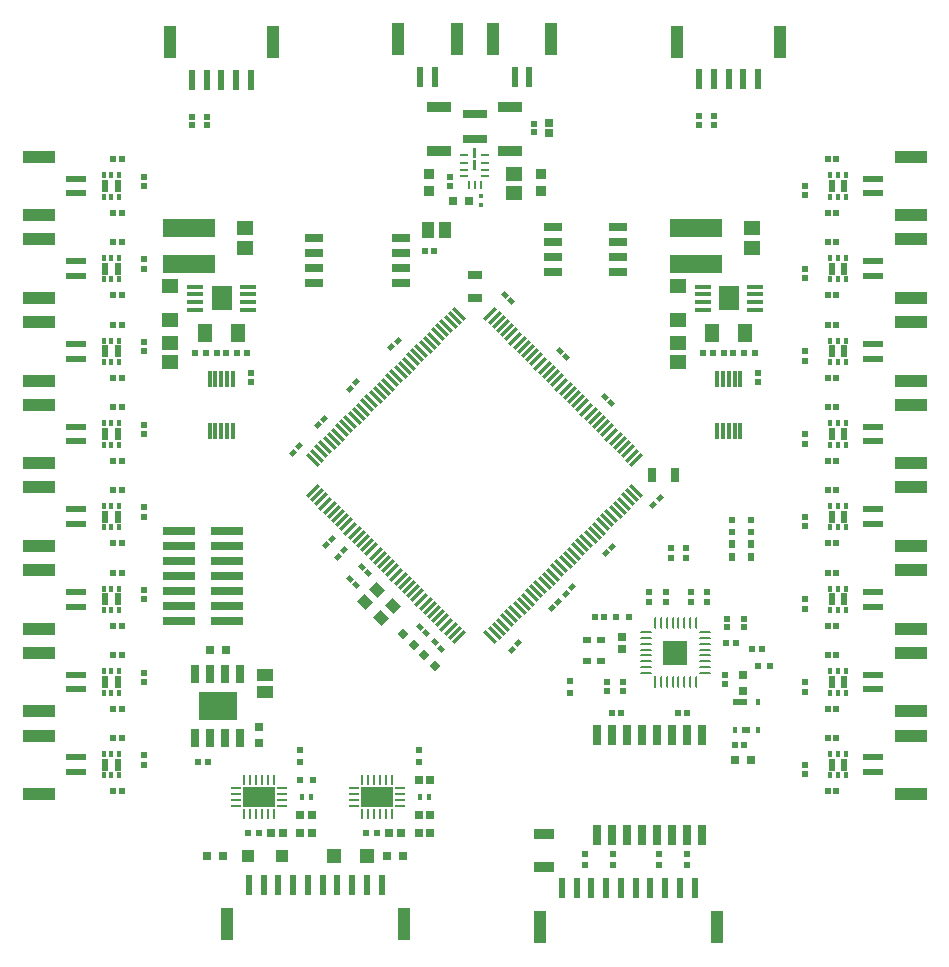
<source format=gbr>
%TF.GenerationSoftware,Altium Limited,Altium Designer,24.0.1 (36)*%
G04 Layer_Color=8421504*
%FSLAX45Y45*%
%MOMM*%
%TF.SameCoordinates,E594D193-3514-40B7-BCFE-BF8AFB9400D8*%
%TF.FilePolarity,Positive*%
%TF.FileFunction,Paste,Top*%
%TF.Part,Single*%
G01*
G75*
%TA.AperFunction,SMDPad,CuDef*%
%ADD10R,0.60000X1.00000*%
%ADD11R,0.35000X0.50000*%
%ADD12R,0.60000X1.70000*%
%ADD13R,1.00000X2.80000*%
%ADD14R,0.51535X0.47247*%
%ADD16R,2.79000X0.74000*%
%ADD17R,1.55000X0.65000*%
%ADD18R,1.05464X1.35620*%
%ADD19R,0.80000X0.60000*%
%ADD20R,0.60000X0.60000*%
%ADD21R,2.70000X1.70000*%
%ADD22R,0.25000X0.85000*%
%ADD23R,0.85000X0.25000*%
G04:AMPARAMS|DCode=24|XSize=0.55964mm|YSize=0.47247mm|CornerRadius=0mm|HoleSize=0mm|Usage=FLASHONLY|Rotation=45.000|XOffset=0mm|YOffset=0mm|HoleType=Round|Shape=Rectangle|*
%AMROTATEDRECTD24*
4,1,4,-0.03082,-0.36491,-0.36491,-0.03082,0.03082,0.36491,0.36491,0.03082,-0.03082,-0.36491,0.0*
%
%ADD24ROTATEDRECTD24*%

%ADD25R,0.57247X0.61535*%
%ADD26R,0.50000X0.70000*%
%ADD27R,0.76200X1.65100*%
%ADD28R,0.23928X1.00784*%
G04:AMPARAMS|DCode=29|XSize=1.00784mm|YSize=0.23928mm|CornerRadius=0.11964mm|HoleSize=0mm|Usage=FLASHONLY|Rotation=90.000|XOffset=0mm|YOffset=0mm|HoleType=Round|Shape=RoundedRectangle|*
%AMROUNDEDRECTD29*
21,1,1.00784,0.00000,0,0,90.0*
21,1,0.76855,0.23928,0,0,90.0*
1,1,0.23928,0.00000,0.38428*
1,1,0.23928,0.00000,-0.38428*
1,1,0.23928,0.00000,-0.38428*
1,1,0.23928,0.00000,0.38428*
%
%ADD29ROUNDEDRECTD29*%
G04:AMPARAMS|DCode=30|XSize=0.23928mm|YSize=1.00784mm|CornerRadius=0.11964mm|HoleSize=0mm|Usage=FLASHONLY|Rotation=90.000|XOffset=0mm|YOffset=0mm|HoleType=Round|Shape=RoundedRectangle|*
%AMROUNDEDRECTD30*
21,1,0.23928,0.76855,0,0,90.0*
21,1,0.00000,1.00784,0,0,90.0*
1,1,0.23928,0.38428,0.00000*
1,1,0.23928,0.38428,0.00000*
1,1,0.23928,-0.38428,0.00000*
1,1,0.23928,-0.38428,0.00000*
%
%ADD30ROUNDEDRECTD30*%
%ADD32R,0.47247X0.55964*%
%ADD33R,1.00000X2.70000*%
%ADD34R,0.45000X0.45000*%
%ADD35R,1.50000X0.70000*%
G04:AMPARAMS|DCode=36|XSize=0.6mm|YSize=0.25mm|CornerRadius=0.05mm|HoleSize=0mm|Usage=FLASHONLY|Rotation=0.000|XOffset=0mm|YOffset=0mm|HoleType=Round|Shape=RoundedRectangle|*
%AMROUNDEDRECTD36*
21,1,0.60000,0.15000,0,0,0.0*
21,1,0.50000,0.25000,0,0,0.0*
1,1,0.10000,0.25000,-0.07500*
1,1,0.10000,-0.25000,-0.07500*
1,1,0.10000,-0.25000,0.07500*
1,1,0.10000,0.25000,0.07500*
%
%ADD36ROUNDEDRECTD36*%
G04:AMPARAMS|DCode=37|XSize=0.25mm|YSize=0.6mm|CornerRadius=0.05mm|HoleSize=0mm|Usage=FLASHONLY|Rotation=0.000|XOffset=0mm|YOffset=0mm|HoleType=Round|Shape=RoundedRectangle|*
%AMROUNDEDRECTD37*
21,1,0.25000,0.50000,0,0,0.0*
21,1,0.15000,0.60000,0,0,0.0*
1,1,0.10000,0.07500,-0.25000*
1,1,0.10000,-0.07500,-0.25000*
1,1,0.10000,-0.07500,0.25000*
1,1,0.10000,0.07500,0.25000*
%
%ADD37ROUNDEDRECTD37*%
%ADD39R,0.91213X0.95872*%
%ADD40R,2.00620X0.95620*%
%ADD41R,0.47247X0.51535*%
%ADD42R,0.65000X0.70000*%
%ADD43R,1.45620X1.25464*%
%ADD44R,2.00000X0.70000*%
%ADD45R,0.64000X0.68000*%
%ADD46R,0.47247X0.58106*%
G04:AMPARAMS|DCode=47|XSize=0.51535mm|YSize=0.47247mm|CornerRadius=0mm|HoleSize=0mm|Usage=FLASHONLY|Rotation=45.000|XOffset=0mm|YOffset=0mm|HoleType=Round|Shape=Rectangle|*
%AMROTATEDRECTD47*
4,1,4,-0.01516,-0.34925,-0.34925,-0.01516,0.01516,0.34925,0.34925,0.01516,-0.01516,-0.34925,0.0*
%
%ADD47ROTATEDRECTD47*%

G04:AMPARAMS|DCode=48|XSize=0.35mm|YSize=1.35mm|CornerRadius=0mm|HoleSize=0mm|Usage=FLASHONLY|Rotation=45.000|XOffset=0mm|YOffset=0mm|HoleType=Round|Shape=Rectangle|*
%AMROTATEDRECTD48*
4,1,4,0.35355,-0.60104,-0.60104,0.35355,-0.35355,0.60104,0.60104,-0.35355,0.35355,-0.60104,0.0*
%
%ADD48ROTATEDRECTD48*%

G04:AMPARAMS|DCode=49|XSize=0.35mm|YSize=1.35mm|CornerRadius=0mm|HoleSize=0mm|Usage=FLASHONLY|Rotation=135.000|XOffset=0mm|YOffset=0mm|HoleType=Round|Shape=Rectangle|*
%AMROTATEDRECTD49*
4,1,4,0.60104,0.35355,-0.35355,-0.60104,-0.60104,-0.35355,0.35355,0.60104,0.60104,0.35355,0.0*
%
%ADD49ROTATEDRECTD49*%

G04:AMPARAMS|DCode=50|XSize=0.65mm|YSize=0.7mm|CornerRadius=0mm|HoleSize=0mm|Usage=FLASHONLY|Rotation=135.000|XOffset=0mm|YOffset=0mm|HoleType=Round|Shape=Rectangle|*
%AMROTATEDRECTD50*
4,1,4,0.47730,0.01768,-0.01768,-0.47730,-0.47730,-0.01768,0.01768,0.47730,0.47730,0.01768,0.0*
%
%ADD50ROTATEDRECTD50*%

%ADD51R,1.30000X0.70000*%
G04:AMPARAMS|DCode=52|XSize=0.51535mm|YSize=0.47247mm|CornerRadius=0mm|HoleSize=0mm|Usage=FLASHONLY|Rotation=315.000|XOffset=0mm|YOffset=0mm|HoleType=Round|Shape=Rectangle|*
%AMROTATEDRECTD52*
4,1,4,-0.34925,0.01516,-0.01516,0.34925,0.34925,-0.01516,0.01516,-0.34925,-0.34925,0.01516,0.0*
%
%ADD52ROTATEDRECTD52*%

%ADD53R,0.55000X0.55000*%
%ADD54R,0.65000X0.65000*%
%ADD55R,0.55000X0.55000*%
%ADD56R,0.66817X0.67248*%
%ADD57R,0.40000X0.50000*%
%ADD58R,1.20000X1.20000*%
%ADD59R,1.70000X0.60000*%
%ADD60R,2.70000X1.00000*%
%ADD61R,1.40000X1.30000*%
%ADD62R,0.30000X1.40000*%
%ADD63R,1.42500X0.45000*%
%ADD64R,1.70000X2.00000*%
%ADD66R,4.40000X1.50000*%
%ADD67R,1.20000X1.65000*%
%ADD68R,0.70000X1.30000*%
%ADD69R,1.70000X0.95000*%
%ADD70R,0.47247X0.46818*%
%ADD71R,0.55964X0.47247*%
%ADD72R,0.61535X0.57247*%
G04:AMPARAMS|DCode=73|XSize=1.05mm|YSize=0.95mm|CornerRadius=0mm|HoleSize=0mm|Usage=FLASHONLY|Rotation=315.000|XOffset=0mm|YOffset=0mm|HoleType=Round|Shape=Rectangle|*
%AMROTATEDRECTD73*
4,1,4,-0.70711,0.03535,-0.03535,0.70711,0.70711,-0.03535,0.03535,-0.70711,-0.70711,0.03535,0.0*
%
%ADD73ROTATEDRECTD73*%

%ADD74R,0.60000X0.60000*%
%ADD75R,0.70000X1.52500*%
%ADD76R,0.70000X0.65000*%
%ADD77R,3.20000X2.40000*%
%ADD78R,0.75000X0.50000*%
%ADD79R,1.30000X0.50000*%
%ADD80R,0.67248X0.66817*%
%ADD81R,1.35620X1.05464*%
%ADD82R,0.40000X0.50000*%
%ADD83R,0.46818X0.47247*%
%TA.AperFunction,NonConductor*%
%ADD139R,2.02382X2.02387*%
%ADD140R,1.10000X1.10000*%
G36*
X4512500Y7163801D02*
X4512500Y7092600D01*
Y7091605D01*
X4511738Y7089767D01*
X4510332Y7088361D01*
X4508494Y7087600D01*
X4507500D01*
Y7087600D01*
X4492500D01*
X4491505D01*
X4489667Y7088361D01*
X4488261Y7089768D01*
X4487500Y7091605D01*
Y7092600D01*
Y7092600D01*
Y7163801D01*
Y7164795D01*
X4488261Y7166633D01*
X4489667Y7168039D01*
X4491505Y7168800D01*
X4492500D01*
Y7168800D01*
X4507500Y7168800D01*
X4508494D01*
X4510332Y7168039D01*
X4511739Y7166632D01*
X4512500Y7164795D01*
Y7163800D01*
Y7163801D01*
D02*
G37*
G36*
Y7265000D02*
Y7193800D01*
Y7192806D01*
X4511739Y7190968D01*
X4510332Y7189561D01*
X4508494Y7188800D01*
X4507500D01*
D01*
X4492500Y7188800D01*
X4491505D01*
X4489667Y7189561D01*
X4488261Y7190968D01*
X4487500Y7192805D01*
Y7193800D01*
Y7193800D01*
Y7265000D01*
Y7265995D01*
X4488261Y7267833D01*
X4489667Y7269239D01*
X4491505Y7270000D01*
X4492500D01*
Y7270000D01*
X4507500Y7270000D01*
X4508494D01*
X4510332Y7269239D01*
X4511739Y7267832D01*
X4512500Y7265995D01*
Y7265000D01*
Y7265000D01*
D02*
G37*
D10*
X7522500Y2050000D02*
D03*
X7627500D02*
D03*
Y2750000D02*
D03*
X7522500D02*
D03*
Y3450000D02*
D03*
X7627500D02*
D03*
Y4150000D02*
D03*
X7522500D02*
D03*
Y4849999D02*
D03*
X7627500D02*
D03*
Y5549999D02*
D03*
X7522500D02*
D03*
Y6249999D02*
D03*
X7627500D02*
D03*
Y6949999D02*
D03*
X7522500D02*
D03*
X1477500Y6249999D02*
D03*
X1372500D02*
D03*
Y5549999D02*
D03*
X1477500D02*
D03*
Y4849999D02*
D03*
X1372500D02*
D03*
Y4150000D02*
D03*
X1477500D02*
D03*
Y3450000D02*
D03*
X1372500D02*
D03*
Y2750000D02*
D03*
X1477500D02*
D03*
Y2050000D02*
D03*
X1372500D02*
D03*
X1372500Y6950000D02*
D03*
X1477500D02*
D03*
D11*
X7640000Y2140000D02*
D03*
Y1960000D02*
D03*
X7510000D02*
D03*
Y2140000D02*
D03*
X7575000Y1960000D02*
D03*
Y2140000D02*
D03*
Y2840000D02*
D03*
Y2660000D02*
D03*
X7510000Y2840000D02*
D03*
Y2660000D02*
D03*
X7640000D02*
D03*
Y2840000D02*
D03*
Y3540000D02*
D03*
Y3360000D02*
D03*
X7510000D02*
D03*
Y3540000D02*
D03*
X7575000Y3360000D02*
D03*
Y3540000D02*
D03*
Y4240000D02*
D03*
Y4059999D02*
D03*
X7510000Y4240000D02*
D03*
Y4059999D02*
D03*
X7640000D02*
D03*
Y4240000D02*
D03*
Y4940000D02*
D03*
Y4759999D02*
D03*
X7510000D02*
D03*
Y4940000D02*
D03*
X7575000Y4759999D02*
D03*
Y4940000D02*
D03*
Y5639999D02*
D03*
Y5459999D02*
D03*
X7510000Y5639999D02*
D03*
Y5459999D02*
D03*
X7640000D02*
D03*
Y5639999D02*
D03*
Y6339999D02*
D03*
Y6159999D02*
D03*
X7510000D02*
D03*
Y6339999D02*
D03*
X7575000Y6159999D02*
D03*
Y6339999D02*
D03*
Y7039999D02*
D03*
Y6859999D02*
D03*
X7510000Y7039999D02*
D03*
Y6859999D02*
D03*
X7640000D02*
D03*
Y7039999D02*
D03*
X1360000Y6159999D02*
D03*
Y6339999D02*
D03*
X1490000D02*
D03*
Y6159999D02*
D03*
X1425000Y6339999D02*
D03*
Y6159999D02*
D03*
Y5459999D02*
D03*
Y5639999D02*
D03*
X1490000Y5459999D02*
D03*
Y5639999D02*
D03*
X1360000D02*
D03*
Y5459999D02*
D03*
Y4759999D02*
D03*
Y4940000D02*
D03*
X1490000D02*
D03*
Y4759999D02*
D03*
X1425000Y4940000D02*
D03*
Y4759999D02*
D03*
Y4059999D02*
D03*
Y4240000D02*
D03*
X1490000Y4059999D02*
D03*
Y4240000D02*
D03*
X1360000D02*
D03*
Y4059999D02*
D03*
Y3360000D02*
D03*
Y3540000D02*
D03*
X1490000D02*
D03*
Y3360000D02*
D03*
X1425000Y3540000D02*
D03*
Y3360000D02*
D03*
Y2660000D02*
D03*
Y2840000D02*
D03*
X1490000Y2660000D02*
D03*
Y2840000D02*
D03*
X1360000D02*
D03*
Y2660000D02*
D03*
Y1960000D02*
D03*
Y2140000D02*
D03*
X1490000D02*
D03*
Y1960000D02*
D03*
X1425000Y2140000D02*
D03*
Y1960000D02*
D03*
X1425000Y6860000D02*
D03*
Y7040000D02*
D03*
X1490000Y6860000D02*
D03*
Y7040000D02*
D03*
X1360000D02*
D03*
Y6860000D02*
D03*
D12*
X5862499Y1007501D02*
D03*
X5237502D02*
D03*
X5362500D02*
D03*
X5487499D02*
D03*
X5612502D02*
D03*
X5737501D02*
D03*
X5987498D02*
D03*
X6112501D02*
D03*
X6237500D02*
D03*
X6362498D02*
D03*
X2605000Y7847500D02*
D03*
X2480000Y7847500D02*
D03*
X2355000D02*
D03*
X2230000D02*
D03*
X2105000Y7847500D02*
D03*
X4037500Y7872500D02*
D03*
X4162500D02*
D03*
X4837500D02*
D03*
X4962500D02*
D03*
X6400000Y7852500D02*
D03*
X6525000Y7852500D02*
D03*
X6650000D02*
D03*
X6775000Y7852500D02*
D03*
X6900000Y7852500D02*
D03*
X3212500Y1032500D02*
D03*
X3337499D02*
D03*
X3087502D02*
D03*
X2837500D02*
D03*
X2962498D02*
D03*
X2587503D02*
D03*
X2712501D02*
D03*
X3462502D02*
D03*
X3587501D02*
D03*
X3712499D02*
D03*
D13*
X6547502Y672501D02*
D03*
X5052498D02*
D03*
X3897502Y697499D02*
D03*
X2402499D02*
D03*
D14*
X5522144Y3300000D02*
D03*
X5597856D02*
D03*
X4082144Y6400000D02*
D03*
X4157856Y6400000D02*
D03*
X6687857Y5532503D02*
D03*
X6612145D02*
D03*
X2392857D02*
D03*
X2317145D02*
D03*
X6777856Y2220000D02*
D03*
X6223415Y2489839D02*
D03*
X5737856Y2490000D02*
D03*
X5662144D02*
D03*
X6702144Y2220000D02*
D03*
X6299127Y2489839D02*
D03*
D16*
X2403500Y3523000D02*
D03*
Y3650000D02*
D03*
Y3904000D02*
D03*
Y3269000D02*
D03*
Y3396000D02*
D03*
Y3777000D02*
D03*
Y4031000D02*
D03*
X1996500Y3269000D02*
D03*
Y3396000D02*
D03*
Y3523000D02*
D03*
Y3650000D02*
D03*
Y3777000D02*
D03*
Y3904000D02*
D03*
Y4031000D02*
D03*
D17*
X3877500Y6510500D02*
D03*
Y6383500D02*
D03*
X3877500Y6256500D02*
D03*
X3877500Y6129500D02*
D03*
X3142500D02*
D03*
Y6256500D02*
D03*
Y6383500D02*
D03*
Y6510500D02*
D03*
D18*
X4107420Y6580185D02*
D03*
X4252576Y6580185D02*
D03*
D19*
X5450000Y3110002D02*
D03*
Y2929998D02*
D03*
X5570000D02*
D03*
Y3110002D02*
D03*
D20*
X5310000Y2657498D02*
D03*
Y2762502D02*
D03*
X4025000Y2177500D02*
D03*
Y2072500D02*
D03*
X6840000Y4122502D02*
D03*
Y4017498D02*
D03*
X6680000Y4122502D02*
D03*
Y4017498D02*
D03*
X3025000Y2177500D02*
D03*
Y2072500D02*
D03*
D21*
X3675001Y1774999D02*
D03*
X2675000Y1775000D02*
D03*
D22*
X3799999Y1630001D02*
D03*
Y1919997D02*
D03*
X3750002D02*
D03*
X3699999D02*
D03*
X3650002D02*
D03*
X3600000D02*
D03*
X3550002D02*
D03*
Y1630001D02*
D03*
X3600000D02*
D03*
X3650002D02*
D03*
X3699999D02*
D03*
X3750002D02*
D03*
X2750001Y1630002D02*
D03*
X2699999D02*
D03*
X2650001D02*
D03*
X2599999D02*
D03*
X2550002D02*
D03*
Y1919998D02*
D03*
X2599999D02*
D03*
X2650001D02*
D03*
X2699999D02*
D03*
X2750001D02*
D03*
X2799998D02*
D03*
Y1630002D02*
D03*
D23*
X3480000Y1850000D02*
D03*
Y1799998D02*
D03*
Y1750000D02*
D03*
Y1699998D02*
D03*
X3870002D02*
D03*
Y1750000D02*
D03*
Y1799998D02*
D03*
Y1850000D02*
D03*
X2870001Y1850001D02*
D03*
Y1799999D02*
D03*
Y1750001D02*
D03*
Y1699999D02*
D03*
X2479999D02*
D03*
Y1750001D02*
D03*
Y1799999D02*
D03*
Y1850001D02*
D03*
D24*
X3340466Y3812182D02*
D03*
X3393676Y3865391D02*
D03*
X3294681Y3964386D02*
D03*
X3241471Y3911177D02*
D03*
X3226605Y4976605D02*
D03*
X3173395Y4923395D02*
D03*
X5206605Y3426605D02*
D03*
X5153395Y3373395D02*
D03*
D25*
X6160000Y3797144D02*
D03*
Y3882856D02*
D03*
X6330000Y3427144D02*
D03*
Y3512856D02*
D03*
X5980000Y3427144D02*
D03*
Y3512856D02*
D03*
X6120000Y3427144D02*
D03*
Y3512856D02*
D03*
X6470000D02*
D03*
Y3427144D02*
D03*
X6290000Y3882856D02*
D03*
Y3797144D02*
D03*
D26*
X6840000Y3915001D02*
D03*
Y3804999D02*
D03*
X6680000Y3915001D02*
D03*
Y3804999D02*
D03*
D27*
X6424500Y2305501D02*
D03*
X6297500D02*
D03*
X6170500D02*
D03*
X6043500D02*
D03*
X5916500D02*
D03*
X5789500D02*
D03*
X5662500D02*
D03*
X5535500D02*
D03*
Y1454499D02*
D03*
X5662500D02*
D03*
X5789500D02*
D03*
X5916500D02*
D03*
X6043500D02*
D03*
X6170500D02*
D03*
X6297500D02*
D03*
X6424500D02*
D03*
D28*
X6024999Y2752482D02*
D03*
D29*
X6075002D02*
D03*
X6124999D02*
D03*
X6175001D02*
D03*
X6224999D02*
D03*
X6275001D02*
D03*
X6324999D02*
D03*
X6375001D02*
D03*
Y3247518D02*
D03*
X6324999D02*
D03*
X6275001D02*
D03*
X6175001D02*
D03*
X6124999D02*
D03*
X6075002D02*
D03*
X6024999D02*
D03*
X6224999D02*
D03*
D30*
X6447518Y2824999D02*
D03*
Y2875002D02*
D03*
Y2924999D02*
D03*
Y2975001D02*
D03*
Y3024999D02*
D03*
Y3075001D02*
D03*
Y3124999D02*
D03*
Y3175001D02*
D03*
X5952482Y3075001D02*
D03*
Y3024999D02*
D03*
Y2975001D02*
D03*
Y2924999D02*
D03*
Y2875002D02*
D03*
Y2824999D02*
D03*
Y3175001D02*
D03*
Y3124999D02*
D03*
D32*
X2105000Y7462375D02*
D03*
Y7537624D02*
D03*
X2230000Y7462375D02*
D03*
Y7537624D02*
D03*
X6525000Y7467375D02*
D03*
Y7542625D02*
D03*
X6400000Y7467375D02*
D03*
Y7542625D02*
D03*
D33*
X2790000Y8167500D02*
D03*
X1920000D02*
D03*
X3852500Y8192500D02*
D03*
X4347500D02*
D03*
X4652500D02*
D03*
X5147500D02*
D03*
X6215000Y8172500D02*
D03*
X7085000D02*
D03*
D34*
X4550000Y6785000D02*
D03*
Y6865000D02*
D03*
D35*
X5160000Y6598923D02*
D03*
Y6471923D02*
D03*
Y6344923D02*
D03*
Y6217923D02*
D03*
X5715000D02*
D03*
Y6344923D02*
D03*
Y6471923D02*
D03*
Y6598923D02*
D03*
D36*
X4409999Y7212501D02*
D03*
Y7147503D02*
D03*
Y7082499D02*
D03*
Y7032502D02*
D03*
X4589999D02*
D03*
X4589998Y7082499D02*
D03*
X4589999Y7147503D02*
D03*
X4589998Y7212501D02*
D03*
D37*
X4449999Y6960000D02*
D03*
X4500001D02*
D03*
X4549999D02*
D03*
D39*
X4110000Y6907330D02*
D03*
Y7052671D02*
D03*
X5060000Y6907330D02*
D03*
Y7052671D02*
D03*
D40*
X4200000Y7250000D02*
D03*
Y7615000D02*
D03*
X4800000Y7250000D02*
D03*
Y7615000D02*
D03*
D41*
X4290000Y7027854D02*
D03*
Y6952147D02*
D03*
X6902676Y5362854D02*
D03*
Y5287146D02*
D03*
X2607672D02*
D03*
Y5362854D02*
D03*
X6620000Y2732144D02*
D03*
Y2807856D02*
D03*
X5620000Y2747856D02*
D03*
X6780000Y3287856D02*
D03*
X6640000D02*
D03*
X5760000Y2747856D02*
D03*
X5620000Y2672144D02*
D03*
X6780000Y3212144D02*
D03*
X6640000D02*
D03*
X5760000Y2672144D02*
D03*
D42*
X4314994Y6825000D02*
D03*
X4450000D02*
D03*
X2367498Y1275000D02*
D03*
X2232502D02*
D03*
X2257502Y3025000D02*
D03*
X3892498Y1275000D02*
D03*
X2392498Y3025000D02*
D03*
X6837498Y2090000D02*
D03*
X6702502D02*
D03*
X3757502Y1275000D02*
D03*
D43*
X4830000Y6887422D02*
D03*
Y7052578D02*
D03*
X6847672Y6427422D02*
D03*
Y6592578D02*
D03*
X6217673Y5622578D02*
D03*
Y5457422D02*
D03*
X1922673Y5622578D02*
D03*
Y5457422D02*
D03*
X2552672Y6427422D02*
D03*
Y6592578D02*
D03*
D44*
X4500000Y7350000D02*
D03*
X4500000Y7560000D02*
D03*
D45*
X5130000Y7484000D02*
D03*
Y7396000D02*
D03*
D46*
X5000000Y7476554D02*
D03*
Y7403446D02*
D03*
D47*
X3443233Y5233232D02*
D03*
X3496766Y5286770D02*
D03*
X6066770Y4306770D02*
D03*
X5273229Y3498231D02*
D03*
X4813231Y3023231D02*
D03*
X5613231Y3843229D02*
D03*
X3846771Y5636766D02*
D03*
X2963230Y4693230D02*
D03*
X6013232Y4253232D02*
D03*
X5326767Y3551769D02*
D03*
X4866769Y3076769D02*
D03*
X5666769Y3896767D02*
D03*
X3793233Y5583233D02*
D03*
X3016768Y4746768D02*
D03*
D48*
X3271401Y4774004D02*
D03*
X3306757Y4809360D02*
D03*
X4667938Y3165335D02*
D03*
X5127556Y3624953D02*
D03*
X5481109Y3978506D02*
D03*
X3978506Y5481109D02*
D03*
X3624953Y5127556D02*
D03*
X4632582Y3129978D02*
D03*
X4703295Y3200692D02*
D03*
X4738647Y3236044D02*
D03*
X4774004Y3271401D02*
D03*
X4809360Y3306757D02*
D03*
X4844712Y3342114D02*
D03*
X4880069Y3377466D02*
D03*
X4915426Y3412823D02*
D03*
X4950783Y3448180D02*
D03*
X4986134Y3483531D02*
D03*
X5021491Y3518888D02*
D03*
X5056848Y3554245D02*
D03*
X5092200Y3589602D02*
D03*
X5162913Y3660310D02*
D03*
X5198270Y3695667D02*
D03*
X5233622Y3731019D02*
D03*
X5268979Y3766376D02*
D03*
X5304335Y3801732D02*
D03*
X5339687Y3837089D02*
D03*
X5375044Y3872441D02*
D03*
X5410401Y3907798D02*
D03*
X5445757Y3943154D02*
D03*
X5516466Y4013863D02*
D03*
X5551823Y4049220D02*
D03*
X5587174Y4084577D02*
D03*
X5622531Y4119928D02*
D03*
X5657888Y4155285D02*
D03*
X5693245Y4190642D02*
D03*
X5728597Y4225994D02*
D03*
X5763953Y4261350D02*
D03*
X5799310Y4296707D02*
D03*
X5834662Y4332064D02*
D03*
X5870019Y4367416D02*
D03*
X4367416Y5870019D02*
D03*
X4332064Y5834662D02*
D03*
X4296707Y5799310D02*
D03*
X4261350Y5763953D02*
D03*
X4225994Y5728597D02*
D03*
X4190642Y5693245D02*
D03*
X4155285Y5657888D02*
D03*
X4119928Y5622531D02*
D03*
X4084577Y5587174D02*
D03*
X4049220Y5551823D02*
D03*
X4013863Y5516466D02*
D03*
X3943154Y5445757D02*
D03*
X3907798Y5410401D02*
D03*
X3872441Y5375044D02*
D03*
X3837089Y5339687D02*
D03*
X3801732Y5304335D02*
D03*
X3766376Y5268979D02*
D03*
X3731019Y5233622D02*
D03*
X3695667Y5198270D02*
D03*
X3660310Y5162913D02*
D03*
X3589602Y5092200D02*
D03*
X3554245Y5056848D02*
D03*
X3518888Y5021491D02*
D03*
X3483531Y4986134D02*
D03*
X3448180Y4950783D02*
D03*
X3412823Y4915426D02*
D03*
X3377466Y4880069D02*
D03*
X3342114Y4844712D02*
D03*
X3236044Y4738647D02*
D03*
X3200692Y4703295D02*
D03*
X3165335Y4667938D02*
D03*
X3129978Y4632582D02*
D03*
D49*
X3306757Y4190642D02*
D03*
X3660310Y3837089D02*
D03*
X4190642Y3306757D02*
D03*
X5516466Y4986134D02*
D03*
X5127556Y5375044D02*
D03*
X4667938Y5834662D02*
D03*
X3129978Y4367416D02*
D03*
X3165335Y4332064D02*
D03*
X3200692Y4296707D02*
D03*
X3236044Y4261350D02*
D03*
X3271401Y4225994D02*
D03*
X3342114Y4155285D02*
D03*
X3377466Y4119928D02*
D03*
X3412823Y4084577D02*
D03*
X3448180Y4049220D02*
D03*
X3483531Y4013863D02*
D03*
X3518888Y3978506D02*
D03*
X3554245Y3943154D02*
D03*
X3589602Y3907798D02*
D03*
X3624953Y3872441D02*
D03*
X3695667Y3801732D02*
D03*
X3731019Y3766376D02*
D03*
X3766376Y3731019D02*
D03*
X3801732Y3695667D02*
D03*
X3837089Y3660310D02*
D03*
X3872441Y3624953D02*
D03*
X3907798Y3589602D02*
D03*
X3943154Y3554245D02*
D03*
X3978506Y3518888D02*
D03*
X4013863Y3483531D02*
D03*
X4049220Y3448180D02*
D03*
X4084577Y3412823D02*
D03*
X4119928Y3377466D02*
D03*
X4155285Y3342114D02*
D03*
X4225994Y3271401D02*
D03*
X4261350Y3236044D02*
D03*
X4296707Y3200692D02*
D03*
X4332064Y3165335D02*
D03*
X4367416Y3129978D02*
D03*
X5870019Y4632582D02*
D03*
X5834662Y4667938D02*
D03*
X5799310Y4703295D02*
D03*
X5763953Y4738647D02*
D03*
X5728597Y4774004D02*
D03*
X5693245Y4809360D02*
D03*
X5657888Y4844712D02*
D03*
X5622531Y4880069D02*
D03*
X5587174Y4915426D02*
D03*
X5551823Y4950783D02*
D03*
X5481109Y5021491D02*
D03*
X5445757Y5056848D02*
D03*
X5410401Y5092200D02*
D03*
X5375044Y5127556D02*
D03*
X5339687Y5162913D02*
D03*
X5304335Y5198270D02*
D03*
X5268979Y5233622D02*
D03*
X5233622Y5268979D02*
D03*
X5198270Y5304335D02*
D03*
X5162913Y5339687D02*
D03*
X5092200Y5410401D02*
D03*
X5056848Y5445757D02*
D03*
X5021491Y5481109D02*
D03*
X4986134Y5516466D02*
D03*
X4950783Y5551823D02*
D03*
X4915426Y5587174D02*
D03*
X4880069Y5622531D02*
D03*
X4844712Y5657888D02*
D03*
X4809360Y5693245D02*
D03*
X4774004Y5728597D02*
D03*
X4738647Y5763953D02*
D03*
X4703295Y5799310D02*
D03*
X4632582Y5870019D02*
D03*
D50*
X3987728Y3062270D02*
D03*
X3892270Y3157729D02*
D03*
X4072269Y2977731D02*
D03*
X4167732Y2882268D02*
D03*
D51*
X4500001Y6004999D02*
D03*
Y6195000D02*
D03*
D52*
X4163232Y3086768D02*
D03*
X4216770Y3033230D02*
D03*
X3443231Y3626768D02*
D03*
X3496768Y3573232D02*
D03*
X4033230Y3216766D02*
D03*
X5656766Y5113232D02*
D03*
X4806768Y5973233D02*
D03*
X5276768Y5498231D02*
D03*
X3543232Y3726767D02*
D03*
X4086768Y3163233D02*
D03*
X5603233Y5166770D02*
D03*
X4753230Y6026771D02*
D03*
X5223230Y5551769D02*
D03*
X3596770Y3673234D02*
D03*
D53*
X5670000Y1294999D02*
D03*
Y1205001D02*
D03*
X6058657Y1202993D02*
D03*
Y1292996D02*
D03*
X6300000Y1204998D02*
D03*
Y1295000D02*
D03*
X5430000Y1205001D02*
D03*
Y1294999D02*
D03*
D54*
X3125002Y1475000D02*
D03*
X3024998D02*
D03*
X2874997D02*
D03*
X2774997D02*
D03*
X4024998D02*
D03*
X4125002D02*
D03*
X4124997Y1925000D02*
D03*
X4024998D02*
D03*
X4124997Y1625000D02*
D03*
X4024998D02*
D03*
D55*
X3580001Y1475000D02*
D03*
X3669999D02*
D03*
X6520000Y5532503D02*
D03*
X6430003D02*
D03*
X6780002Y5532500D02*
D03*
X6869999Y5532505D02*
D03*
X2225005Y5532503D02*
D03*
X2135003D02*
D03*
X2485002Y5532500D02*
D03*
X2575004D02*
D03*
X2580001Y1475000D02*
D03*
X2669999D02*
D03*
D56*
X3875216D02*
D03*
X3774784D02*
D03*
X3024784Y1625000D02*
D03*
X3125216D02*
D03*
D57*
X4035000Y1775000D02*
D03*
X4115000D02*
D03*
X3035000D02*
D03*
X3115000D02*
D03*
D58*
X3590000Y1275000D02*
D03*
X3310000D02*
D03*
D59*
X7872500Y7012499D02*
D03*
Y6887499D02*
D03*
X1127500Y6312499D02*
D03*
Y6187499D02*
D03*
X1127500Y7012500D02*
D03*
Y6887500D02*
D03*
X7872500Y3387500D02*
D03*
Y3512500D02*
D03*
X1127500Y1987500D02*
D03*
Y2112500D02*
D03*
Y2687500D02*
D03*
Y2812500D02*
D03*
Y3387500D02*
D03*
Y3512500D02*
D03*
Y4087500D02*
D03*
Y4212500D02*
D03*
Y4787499D02*
D03*
Y4912499D02*
D03*
Y5487499D02*
D03*
Y5612499D02*
D03*
X7872500Y6312499D02*
D03*
Y6187499D02*
D03*
Y5612499D02*
D03*
Y5487499D02*
D03*
Y4912499D02*
D03*
Y4787499D02*
D03*
Y4212500D02*
D03*
Y4087500D02*
D03*
Y2812500D02*
D03*
Y2687500D02*
D03*
Y2112500D02*
D03*
Y1987500D02*
D03*
D60*
X8192500Y7197499D02*
D03*
Y6702499D02*
D03*
X807500Y6497499D02*
D03*
Y6002499D02*
D03*
X807500Y7197500D02*
D03*
Y6702500D02*
D03*
X8192500Y3202500D02*
D03*
Y3697500D02*
D03*
X807500Y1802500D02*
D03*
Y2297500D02*
D03*
Y2502500D02*
D03*
Y2997500D02*
D03*
Y3202500D02*
D03*
Y3697500D02*
D03*
Y3902500D02*
D03*
Y4397499D02*
D03*
Y4602500D02*
D03*
Y5097499D02*
D03*
Y5302499D02*
D03*
Y5797499D02*
D03*
X8192500Y6497499D02*
D03*
Y6002499D02*
D03*
Y5797499D02*
D03*
Y5302499D02*
D03*
Y5097499D02*
D03*
Y4602500D02*
D03*
Y4397499D02*
D03*
Y3902500D02*
D03*
Y2997500D02*
D03*
Y2502500D02*
D03*
Y2297500D02*
D03*
Y1802500D02*
D03*
D61*
X6217673Y6104998D02*
D03*
Y5815002D02*
D03*
X1922673D02*
D03*
Y6104998D02*
D03*
D62*
X6750001Y5312499D02*
D03*
X6550000Y4872503D02*
D03*
X6600003D02*
D03*
X6650001Y4872499D02*
D03*
X6699999Y4872503D02*
D03*
X6750001D02*
D03*
X6699999Y5312499D02*
D03*
X6650001Y5312503D02*
D03*
X6600003Y5312499D02*
D03*
X6550000D02*
D03*
X2255000D02*
D03*
X2305003D02*
D03*
X2355001Y5312503D02*
D03*
X2404999Y5312499D02*
D03*
X2455001Y4872503D02*
D03*
X2404999D02*
D03*
X2355001Y4872499D02*
D03*
X2305003Y4872503D02*
D03*
X2255000D02*
D03*
X2455001Y5312499D02*
D03*
D63*
X6873342Y5902501D02*
D03*
Y5967500D02*
D03*
Y6032504D02*
D03*
Y6097502D02*
D03*
X6430945D02*
D03*
Y6032504D02*
D03*
Y5967500D02*
D03*
Y5902501D02*
D03*
X2135945D02*
D03*
Y5967505D02*
D03*
Y6032504D02*
D03*
Y6097502D02*
D03*
X2578347D02*
D03*
Y6032504D02*
D03*
Y5967505D02*
D03*
Y5902501D02*
D03*
D64*
X6652144Y6000002D02*
D03*
X2357144D02*
D03*
D66*
X6377673Y6287498D02*
D03*
Y6592502D02*
D03*
X2082672D02*
D03*
Y6287504D02*
D03*
D67*
X6789999Y5707498D02*
D03*
X6509999D02*
D03*
X2214999D02*
D03*
X2495004D02*
D03*
D68*
X6195000Y4499999D02*
D03*
X6004999D02*
D03*
D69*
X5090000Y1185000D02*
D03*
Y1465000D02*
D03*
D70*
X1700000Y7030215D02*
D03*
Y6949785D02*
D03*
X7300000Y6950214D02*
D03*
Y6869784D02*
D03*
X1700000Y6249784D02*
D03*
Y6330214D02*
D03*
X7300000Y3369785D02*
D03*
Y3450215D02*
D03*
X1700000Y5630214D02*
D03*
Y5549784D02*
D03*
X7300000Y4150214D02*
D03*
Y4069785D02*
D03*
X1700000Y2130215D02*
D03*
Y2049785D02*
D03*
Y2830215D02*
D03*
Y2749785D02*
D03*
Y3530214D02*
D03*
Y3449785D02*
D03*
Y4230214D02*
D03*
Y4149785D02*
D03*
Y4930214D02*
D03*
Y4849785D02*
D03*
X7300000Y6169784D02*
D03*
Y6250214D02*
D03*
Y5469785D02*
D03*
Y5550214D02*
D03*
Y4769785D02*
D03*
Y4850214D02*
D03*
Y2669785D02*
D03*
Y2750214D02*
D03*
Y1969785D02*
D03*
Y2050215D02*
D03*
D71*
X7487375Y7174999D02*
D03*
X7562624D02*
D03*
X7562622Y6724997D02*
D03*
X7487372D02*
D03*
X1437373Y2975005D02*
D03*
X1512623D02*
D03*
X1512625Y6024999D02*
D03*
X1437376D02*
D03*
X1437373Y6474999D02*
D03*
X1512623D02*
D03*
X1512625Y6725000D02*
D03*
X1437375D02*
D03*
X1437377Y7175002D02*
D03*
X1512626D02*
D03*
X7562624Y3675000D02*
D03*
X7487375D02*
D03*
X7487372Y3224997D02*
D03*
X7562622D02*
D03*
X7487375Y4375000D02*
D03*
X7562624D02*
D03*
X7562622Y3924997D02*
D03*
X7487372D02*
D03*
X1512625Y1825000D02*
D03*
X1437376D02*
D03*
X1437373Y2275005D02*
D03*
X1512623Y2275005D02*
D03*
X1437376Y2525000D02*
D03*
X1512625D02*
D03*
X1437376Y3225000D02*
D03*
X1512625D02*
D03*
X1437376Y3925000D02*
D03*
X1512625D02*
D03*
X1437376Y4624999D02*
D03*
X1512625D02*
D03*
X1437376Y5324999D02*
D03*
X1512625D02*
D03*
X7562624Y6474999D02*
D03*
X7487375D02*
D03*
X7562624Y5774999D02*
D03*
X7487375D02*
D03*
X7562624Y5075000D02*
D03*
X7487375D02*
D03*
X7562624Y2975000D02*
D03*
X7487375D02*
D03*
X7562624Y2275000D02*
D03*
X7487375D02*
D03*
X1512623Y3675005D02*
D03*
X1437373D02*
D03*
X1512623Y4375004D02*
D03*
X1437373D02*
D03*
X1512623Y5074999D02*
D03*
X1437373D02*
D03*
X1512623Y5774999D02*
D03*
X1437373D02*
D03*
X7487372Y6024997D02*
D03*
X7562622D02*
D03*
X7487372Y5324997D02*
D03*
X7562622D02*
D03*
X7487376Y4624998D02*
D03*
X7562621D02*
D03*
X7487376Y2524998D02*
D03*
X7562621D02*
D03*
X7487372Y1824997D02*
D03*
X7562622D02*
D03*
D72*
X6932856Y3030000D02*
D03*
X6847144D02*
D03*
X6712857Y3080000D02*
D03*
X6627144D02*
D03*
D73*
X3573327Y3424142D02*
D03*
X3704142Y3293327D02*
D03*
X3806672Y3395858D02*
D03*
X3675858Y3526673D02*
D03*
D74*
X3127502Y1925000D02*
D03*
X3022498D02*
D03*
X5802502Y3300000D02*
D03*
X5697498D02*
D03*
X6897498Y2890000D02*
D03*
X7002502D02*
D03*
D75*
X2261500Y2821201D02*
D03*
X2388500Y2821201D02*
D03*
X2515500Y2821201D02*
D03*
Y2278799D02*
D03*
X2388500D02*
D03*
X2261500Y2278799D02*
D03*
X2134500D02*
D03*
Y2821201D02*
D03*
D76*
X2675000Y2367503D02*
D03*
X6770000Y2672502D02*
D03*
Y2807498D02*
D03*
X2675000Y2232502D02*
D03*
D77*
X2325000Y2550000D02*
D03*
D78*
X6800000Y2339998D02*
D03*
D79*
X6749998Y2579998D02*
D03*
D80*
X5750000Y3130216D02*
D03*
Y3029784D02*
D03*
D81*
X2725000Y2662422D02*
D03*
Y2807578D02*
D03*
D82*
X6704999Y2339998D02*
D03*
X6895001D02*
D03*
Y2579998D02*
D03*
D83*
X2159786Y2075000D02*
D03*
X2240213D02*
D03*
D139*
X6199995Y3000084D02*
D03*
D140*
X2864997Y1274997D02*
D03*
X2585002Y1275000D02*
D03*
%TF.MD5,f9684289d2677c68d0dfd92c2074bb85*%
M02*

</source>
